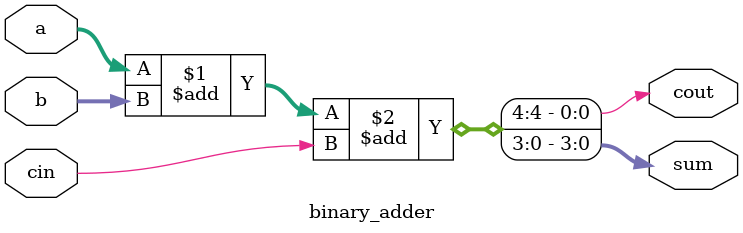
<source format=v>
module binary_adder
  (
    input signed [3:0] a,
    input signed [3:0] b,
    input signed cin,
    output signed [3:0] sum,
    output signed cout
  );
  
  assign {cout, sum} = a + b + cin;
  
endmodule
</source>
